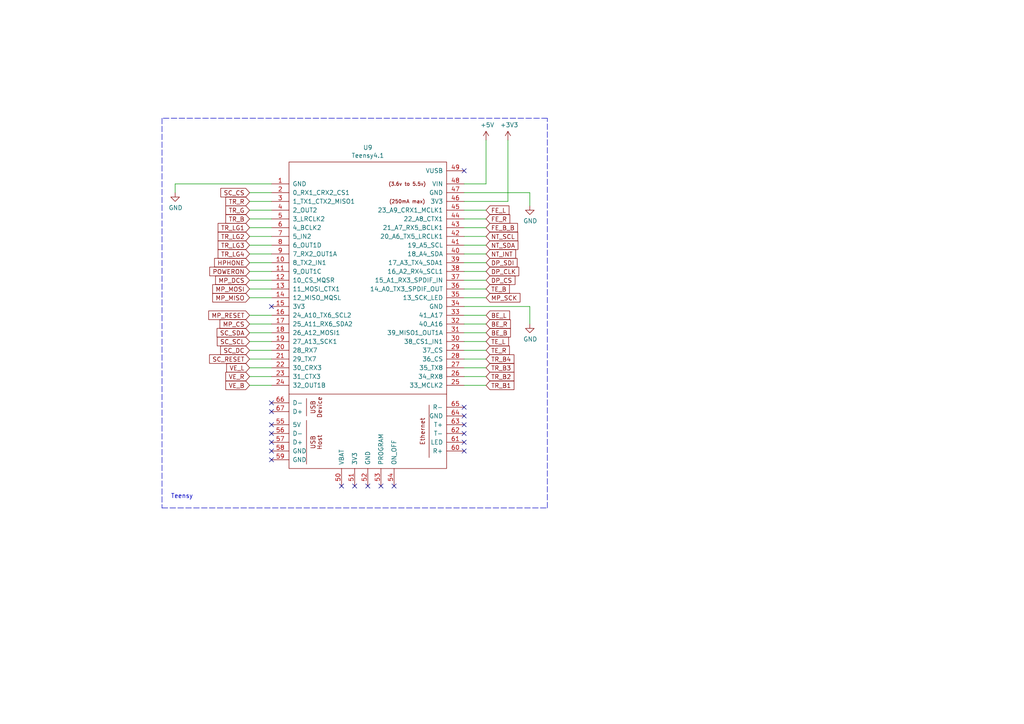
<source format=kicad_sch>
(kicad_sch (version 20211123) (generator eeschema)

  (uuid 5a010660-4a0b-4680-b361-32d4c3b60537)

  (paper "A4")

  (lib_symbols
    (symbol "BassedMateV1-rescue:+3V3-power" (power) (pin_names (offset 0)) (in_bom yes) (on_board yes)
      (property "Reference" "#PWR" (id 0) (at 0 -3.81 0)
        (effects (font (size 1.27 1.27)) hide)
      )
      (property "Value" "+3V3-power" (id 1) (at 0 3.556 0)
        (effects (font (size 1.27 1.27)))
      )
      (property "Footprint" "" (id 2) (at 0 0 0)
        (effects (font (size 1.27 1.27)) hide)
      )
      (property "Datasheet" "" (id 3) (at 0 0 0)
        (effects (font (size 1.27 1.27)) hide)
      )
      (symbol "+3V3-power_0_1"
        (polyline
          (pts
            (xy -0.762 1.27)
            (xy 0 2.54)
          )
          (stroke (width 0) (type default) (color 0 0 0 0))
          (fill (type none))
        )
        (polyline
          (pts
            (xy 0 0)
            (xy 0 2.54)
          )
          (stroke (width 0) (type default) (color 0 0 0 0))
          (fill (type none))
        )
        (polyline
          (pts
            (xy 0 2.54)
            (xy 0.762 1.27)
          )
          (stroke (width 0) (type default) (color 0 0 0 0))
          (fill (type none))
        )
      )
      (symbol "+3V3-power_1_1"
        (pin power_in line (at 0 0 90) (length 0) hide
          (name "+3V3" (effects (font (size 1.27 1.27))))
          (number "1" (effects (font (size 1.27 1.27))))
        )
      )
    )
    (symbol "BassedMateV1-rescue:+5V-power" (power) (pin_names (offset 0)) (in_bom yes) (on_board yes)
      (property "Reference" "#PWR" (id 0) (at 0 -3.81 0)
        (effects (font (size 1.27 1.27)) hide)
      )
      (property "Value" "+5V-power" (id 1) (at 0 3.556 0)
        (effects (font (size 1.27 1.27)))
      )
      (property "Footprint" "" (id 2) (at 0 0 0)
        (effects (font (size 1.27 1.27)) hide)
      )
      (property "Datasheet" "" (id 3) (at 0 0 0)
        (effects (font (size 1.27 1.27)) hide)
      )
      (symbol "+5V-power_0_1"
        (polyline
          (pts
            (xy -0.762 1.27)
            (xy 0 2.54)
          )
          (stroke (width 0) (type default) (color 0 0 0 0))
          (fill (type none))
        )
        (polyline
          (pts
            (xy 0 0)
            (xy 0 2.54)
          )
          (stroke (width 0) (type default) (color 0 0 0 0))
          (fill (type none))
        )
        (polyline
          (pts
            (xy 0 2.54)
            (xy 0.762 1.27)
          )
          (stroke (width 0) (type default) (color 0 0 0 0))
          (fill (type none))
        )
      )
      (symbol "+5V-power_1_1"
        (pin power_in line (at 0 0 90) (length 0) hide
          (name "+5V" (effects (font (size 1.27 1.27))))
          (number "1" (effects (font (size 1.27 1.27))))
        )
      )
    )
    (symbol "BassedMateV1-rescue:GND-power" (power) (pin_names (offset 0)) (in_bom yes) (on_board yes)
      (property "Reference" "#PWR" (id 0) (at 0 -6.35 0)
        (effects (font (size 1.27 1.27)) hide)
      )
      (property "Value" "GND-power" (id 1) (at 0 -3.81 0)
        (effects (font (size 1.27 1.27)))
      )
      (property "Footprint" "" (id 2) (at 0 0 0)
        (effects (font (size 1.27 1.27)) hide)
      )
      (property "Datasheet" "" (id 3) (at 0 0 0)
        (effects (font (size 1.27 1.27)) hide)
      )
      (symbol "GND-power_0_1"
        (polyline
          (pts
            (xy 0 0)
            (xy 0 -1.27)
            (xy 1.27 -1.27)
            (xy 0 -2.54)
            (xy -1.27 -1.27)
            (xy 0 -1.27)
          )
          (stroke (width 0) (type default) (color 0 0 0 0))
          (fill (type none))
        )
      )
      (symbol "GND-power_1_1"
        (pin power_in line (at 0 0 270) (length 0) hide
          (name "GND" (effects (font (size 1.27 1.27))))
          (number "1" (effects (font (size 1.27 1.27))))
        )
      )
    )
    (symbol "teensy:Teensy4.1" (pin_names (offset 1.016)) (in_bom yes) (on_board yes)
      (property "Reference" "U" (id 0) (at 0 64.77 0)
        (effects (font (size 1.27 1.27)))
      )
      (property "Value" "Teensy4.1" (id 1) (at 0 62.23 0)
        (effects (font (size 1.27 1.27)))
      )
      (property "Footprint" "" (id 2) (at -10.16 10.16 0)
        (effects (font (size 1.27 1.27)) hide)
      )
      (property "Datasheet" "" (id 3) (at -10.16 10.16 0)
        (effects (font (size 1.27 1.27)) hide)
      )
      (symbol "Teensy4.1_0_0"
        (polyline
          (pts
            (xy -22.86 -6.35)
            (xy 22.86 -6.35)
          )
          (stroke (width 0) (type default) (color 0 0 0 0))
          (fill (type none))
        )
        (polyline
          (pts
            (xy -17.78 -26.67)
            (xy -17.78 -13.97)
          )
          (stroke (width 0) (type default) (color 0 0 0 0))
          (fill (type none))
        )
        (polyline
          (pts
            (xy -17.78 -7.62)
            (xy -17.78 -12.7)
          )
          (stroke (width 0) (type default) (color 0 0 0 0))
          (fill (type none))
        )
        (polyline
          (pts
            (xy 17.78 -9.525)
            (xy 17.78 -24.765)
          )
          (stroke (width 0) (type default) (color 0 0 0 0))
          (fill (type none))
        )
        (text "(250mA max)" (at 11.43 49.53 0)
          (effects (font (size 1.016 1.016)))
        )
        (text "(3.6v to 5.5v)" (at 11.43 54.61 0)
          (effects (font (size 1.016 1.016)))
        )
        (text "Device" (at -13.97 -10.16 900)
          (effects (font (size 1.27 1.27)))
        )
        (text "Ethernet" (at 15.875 -17.145 900)
          (effects (font (size 1.27 1.27)))
        )
        (text "Host" (at -13.97 -20.32 900)
          (effects (font (size 1.27 1.27)))
        )
        (text "USB" (at -15.875 -20.32 900)
          (effects (font (size 1.27 1.27)))
        )
        (text "USB" (at -15.875 -10.16 900)
          (effects (font (size 1.27 1.27)))
        )
        (pin bidirectional line (at -27.94 31.75 0) (length 5.08)
          (name "8_TX2_IN1" (effects (font (size 1.27 1.27))))
          (number "10" (effects (font (size 1.27 1.27))))
        )
        (pin bidirectional line (at -27.94 29.21 0) (length 5.08)
          (name "9_OUT1C" (effects (font (size 1.27 1.27))))
          (number "11" (effects (font (size 1.27 1.27))))
        )
        (pin bidirectional line (at -27.94 26.67 0) (length 5.08)
          (name "10_CS_MQSR" (effects (font (size 1.27 1.27))))
          (number "12" (effects (font (size 1.27 1.27))))
        )
        (pin bidirectional line (at -27.94 24.13 0) (length 5.08)
          (name "11_MOSI_CTX1" (effects (font (size 1.27 1.27))))
          (number "13" (effects (font (size 1.27 1.27))))
        )
        (pin bidirectional line (at -27.94 21.59 0) (length 5.08)
          (name "12_MISO_MQSL" (effects (font (size 1.27 1.27))))
          (number "14" (effects (font (size 1.27 1.27))))
        )
        (pin power_in line (at -27.94 19.05 0) (length 5.08)
          (name "3V3" (effects (font (size 1.27 1.27))))
          (number "15" (effects (font (size 1.27 1.27))))
        )
        (pin bidirectional line (at -27.94 16.51 0) (length 5.08)
          (name "24_A10_TX6_SCL2" (effects (font (size 1.27 1.27))))
          (number "16" (effects (font (size 1.27 1.27))))
        )
        (pin bidirectional line (at -27.94 13.97 0) (length 5.08)
          (name "25_A11_RX6_SDA2" (effects (font (size 1.27 1.27))))
          (number "17" (effects (font (size 1.27 1.27))))
        )
        (pin bidirectional line (at -27.94 11.43 0) (length 5.08)
          (name "26_A12_MOSI1" (effects (font (size 1.27 1.27))))
          (number "18" (effects (font (size 1.27 1.27))))
        )
        (pin bidirectional line (at -27.94 8.89 0) (length 5.08)
          (name "27_A13_SCK1" (effects (font (size 1.27 1.27))))
          (number "19" (effects (font (size 1.27 1.27))))
        )
        (pin bidirectional line (at -27.94 6.35 0) (length 5.08)
          (name "28_RX7" (effects (font (size 1.27 1.27))))
          (number "20" (effects (font (size 1.27 1.27))))
        )
        (pin bidirectional line (at -27.94 3.81 0) (length 5.08)
          (name "29_TX7" (effects (font (size 1.27 1.27))))
          (number "21" (effects (font (size 1.27 1.27))))
        )
        (pin bidirectional line (at -27.94 1.27 0) (length 5.08)
          (name "30_CRX3" (effects (font (size 1.27 1.27))))
          (number "22" (effects (font (size 1.27 1.27))))
        )
        (pin bidirectional line (at -27.94 -1.27 0) (length 5.08)
          (name "31_CTX3" (effects (font (size 1.27 1.27))))
          (number "23" (effects (font (size 1.27 1.27))))
        )
        (pin bidirectional line (at -27.94 -3.81 0) (length 5.08)
          (name "32_OUT1B" (effects (font (size 1.27 1.27))))
          (number "24" (effects (font (size 1.27 1.27))))
        )
        (pin bidirectional line (at 27.94 -3.81 180) (length 5.08)
          (name "33_MCLK2" (effects (font (size 1.27 1.27))))
          (number "25" (effects (font (size 1.27 1.27))))
        )
        (pin bidirectional line (at 27.94 -1.27 180) (length 5.08)
          (name "34_RX8" (effects (font (size 1.27 1.27))))
          (number "26" (effects (font (size 1.27 1.27))))
        )
        (pin bidirectional line (at 27.94 1.27 180) (length 5.08)
          (name "35_TX8" (effects (font (size 1.27 1.27))))
          (number "27" (effects (font (size 1.27 1.27))))
        )
        (pin bidirectional line (at 27.94 3.81 180) (length 5.08)
          (name "36_CS" (effects (font (size 1.27 1.27))))
          (number "28" (effects (font (size 1.27 1.27))))
        )
        (pin bidirectional line (at 27.94 6.35 180) (length 5.08)
          (name "37_CS" (effects (font (size 1.27 1.27))))
          (number "29" (effects (font (size 1.27 1.27))))
        )
        (pin bidirectional line (at 27.94 8.89 180) (length 5.08)
          (name "38_CS1_IN1" (effects (font (size 1.27 1.27))))
          (number "30" (effects (font (size 1.27 1.27))))
        )
        (pin bidirectional line (at 27.94 11.43 180) (length 5.08)
          (name "39_MISO1_OUT1A" (effects (font (size 1.27 1.27))))
          (number "31" (effects (font (size 1.27 1.27))))
        )
        (pin bidirectional line (at 27.94 13.97 180) (length 5.08)
          (name "40_A16" (effects (font (size 1.27 1.27))))
          (number "32" (effects (font (size 1.27 1.27))))
        )
        (pin bidirectional line (at 27.94 16.51 180) (length 5.08)
          (name "41_A17" (effects (font (size 1.27 1.27))))
          (number "33" (effects (font (size 1.27 1.27))))
        )
        (pin bidirectional line (at 27.94 21.59 180) (length 5.08)
          (name "13_SCK_LED" (effects (font (size 1.27 1.27))))
          (number "35" (effects (font (size 1.27 1.27))))
        )
        (pin bidirectional line (at 27.94 24.13 180) (length 5.08)
          (name "14_A0_TX3_SPDIF_OUT" (effects (font (size 1.27 1.27))))
          (number "36" (effects (font (size 1.27 1.27))))
        )
        (pin bidirectional line (at 27.94 26.67 180) (length 5.08)
          (name "15_A1_RX3_SPDIF_IN" (effects (font (size 1.27 1.27))))
          (number "37" (effects (font (size 1.27 1.27))))
        )
        (pin bidirectional line (at 27.94 29.21 180) (length 5.08)
          (name "16_A2_RX4_SCL1" (effects (font (size 1.27 1.27))))
          (number "38" (effects (font (size 1.27 1.27))))
        )
        (pin bidirectional line (at 27.94 31.75 180) (length 5.08)
          (name "17_A3_TX4_SDA1" (effects (font (size 1.27 1.27))))
          (number "39" (effects (font (size 1.27 1.27))))
        )
        (pin bidirectional line (at 27.94 34.29 180) (length 5.08)
          (name "18_A4_SDA" (effects (font (size 1.27 1.27))))
          (number "40" (effects (font (size 1.27 1.27))))
        )
        (pin bidirectional line (at 27.94 36.83 180) (length 5.08)
          (name "19_A5_SCL" (effects (font (size 1.27 1.27))))
          (number "41" (effects (font (size 1.27 1.27))))
        )
        (pin bidirectional line (at 27.94 39.37 180) (length 5.08)
          (name "20_A6_TX5_LRCLK1" (effects (font (size 1.27 1.27))))
          (number "42" (effects (font (size 1.27 1.27))))
        )
        (pin bidirectional line (at 27.94 41.91 180) (length 5.08)
          (name "21_A7_RX5_BCLK1" (effects (font (size 1.27 1.27))))
          (number "43" (effects (font (size 1.27 1.27))))
        )
        (pin bidirectional line (at 27.94 44.45 180) (length 5.08)
          (name "22_A8_CTX1" (effects (font (size 1.27 1.27))))
          (number "44" (effects (font (size 1.27 1.27))))
        )
        (pin bidirectional line (at 27.94 46.99 180) (length 5.08)
          (name "23_A9_CRX1_MCLK1" (effects (font (size 1.27 1.27))))
          (number "45" (effects (font (size 1.27 1.27))))
        )
        (pin output line (at 27.94 49.53 180) (length 5.08)
          (name "3V3" (effects (font (size 1.27 1.27))))
          (number "46" (effects (font (size 1.27 1.27))))
        )
        (pin output line (at 27.94 52.07 180) (length 5.08)
          (name "GND" (effects (font (size 1.27 1.27))))
          (number "47" (effects (font (size 1.27 1.27))))
        )
        (pin power_in line (at 27.94 54.61 180) (length 5.08)
          (name "VIN" (effects (font (size 1.27 1.27))))
          (number "48" (effects (font (size 1.27 1.27))))
        )
        (pin power_out line (at 27.94 58.42 180) (length 5.08)
          (name "VUSB" (effects (font (size 1.27 1.27))))
          (number "49" (effects (font (size 1.27 1.27))))
        )
        (pin bidirectional line (at -27.94 44.45 0) (length 5.08)
          (name "3_LRCLK2" (effects (font (size 1.27 1.27))))
          (number "5" (effects (font (size 1.27 1.27))))
        )
        (pin power_in line (at -7.62 -33.02 90) (length 5.08)
          (name "VBAT" (effects (font (size 1.27 1.27))))
          (number "50" (effects (font (size 1.27 1.27))))
        )
        (pin power_in line (at -3.81 -33.02 90) (length 5.08)
          (name "3V3" (effects (font (size 1.27 1.27))))
          (number "51" (effects (font (size 1.27 1.27))))
        )
        (pin input line (at 0 -33.02 90) (length 5.08)
          (name "GND" (effects (font (size 1.27 1.27))))
          (number "52" (effects (font (size 1.27 1.27))))
        )
        (pin input line (at 3.81 -33.02 90) (length 5.08)
          (name "PROGRAM" (effects (font (size 1.27 1.27))))
          (number "53" (effects (font (size 1.27 1.27))))
        )
        (pin input line (at 7.62 -33.02 90) (length 5.08)
          (name "ON_OFF" (effects (font (size 1.27 1.27))))
          (number "54" (effects (font (size 1.27 1.27))))
        )
        (pin power_out line (at -27.94 -15.24 0) (length 5.08)
          (name "5V" (effects (font (size 1.27 1.27))))
          (number "55" (effects (font (size 1.27 1.27))))
        )
        (pin bidirectional line (at -27.94 -17.78 0) (length 5.08)
          (name "D-" (effects (font (size 1.27 1.27))))
          (number "56" (effects (font (size 1.27 1.27))))
        )
        (pin bidirectional line (at -27.94 -20.32 0) (length 5.08)
          (name "D+" (effects (font (size 1.27 1.27))))
          (number "57" (effects (font (size 1.27 1.27))))
        )
        (pin power_in line (at -27.94 -22.86 0) (length 5.08)
          (name "GND" (effects (font (size 1.27 1.27))))
          (number "58" (effects (font (size 1.27 1.27))))
        )
        (pin power_in line (at -27.94 -25.4 0) (length 5.08)
          (name "GND" (effects (font (size 1.27 1.27))))
          (number "59" (effects (font (size 1.27 1.27))))
        )
        (pin bidirectional line (at -27.94 41.91 0) (length 5.08)
          (name "4_BCLK2" (effects (font (size 1.27 1.27))))
          (number "6" (effects (font (size 1.27 1.27))))
        )
        (pin bidirectional line (at 27.94 -22.86 180) (length 5.08)
          (name "R+" (effects (font (size 1.27 1.27))))
          (number "60" (effects (font (size 1.27 1.27))))
        )
        (pin bidirectional line (at 27.94 -20.32 180) (length 5.08)
          (name "LED" (effects (font (size 1.27 1.27))))
          (number "61" (effects (font (size 1.27 1.27))))
        )
        (pin bidirectional line (at 27.94 -17.78 180) (length 5.08)
          (name "T-" (effects (font (size 1.27 1.27))))
          (number "62" (effects (font (size 1.27 1.27))))
        )
        (pin bidirectional line (at 27.94 -15.24 180) (length 5.08)
          (name "T+" (effects (font (size 1.27 1.27))))
          (number "63" (effects (font (size 1.27 1.27))))
        )
        (pin power_in line (at 27.94 -12.7 180) (length 5.08)
          (name "GND" (effects (font (size 1.27 1.27))))
          (number "64" (effects (font (size 1.27 1.27))))
        )
        (pin bidirectional line (at 27.94 -10.16 180) (length 5.08)
          (name "R-" (effects (font (size 1.27 1.27))))
          (number "65" (effects (font (size 1.27 1.27))))
        )
        (pin bidirectional line (at -27.94 -8.89 0) (length 5.08)
          (name "D-" (effects (font (size 1.27 1.27))))
          (number "66" (effects (font (size 1.27 1.27))))
        )
        (pin bidirectional line (at -27.94 -11.43 0) (length 5.08)
          (name "D+" (effects (font (size 1.27 1.27))))
          (number "67" (effects (font (size 1.27 1.27))))
        )
        (pin bidirectional line (at -27.94 39.37 0) (length 5.08)
          (name "5_IN2" (effects (font (size 1.27 1.27))))
          (number "7" (effects (font (size 1.27 1.27))))
        )
        (pin bidirectional line (at -27.94 36.83 0) (length 5.08)
          (name "6_OUT1D" (effects (font (size 1.27 1.27))))
          (number "8" (effects (font (size 1.27 1.27))))
        )
        (pin bidirectional line (at -27.94 34.29 0) (length 5.08)
          (name "7_RX2_OUT1A" (effects (font (size 1.27 1.27))))
          (number "9" (effects (font (size 1.27 1.27))))
        )
      )
      (symbol "Teensy4.1_0_1"
        (rectangle (start -22.86 60.96) (end 22.86 -27.94)
          (stroke (width 0) (type default) (color 0 0 0 0))
          (fill (type none))
        )
        (rectangle (start -20.32 -1.27) (end -20.32 -1.27)
          (stroke (width 0) (type default) (color 0 0 0 0))
          (fill (type none))
        )
      )
      (symbol "Teensy4.1_1_1"
        (pin power_in line (at -27.94 54.61 0) (length 5.08)
          (name "GND" (effects (font (size 1.27 1.27))))
          (number "1" (effects (font (size 1.27 1.27))))
        )
        (pin bidirectional line (at -27.94 52.07 0) (length 5.08)
          (name "0_RX1_CRX2_CS1" (effects (font (size 1.27 1.27))))
          (number "2" (effects (font (size 1.27 1.27))))
        )
        (pin bidirectional line (at -27.94 49.53 0) (length 5.08)
          (name "1_TX1_CTX2_MISO1" (effects (font (size 1.27 1.27))))
          (number "3" (effects (font (size 1.27 1.27))))
        )
        (pin power_in line (at 27.94 19.05 180) (length 5.08)
          (name "GND" (effects (font (size 1.27 1.27))))
          (number "34" (effects (font (size 1.27 1.27))))
        )
        (pin bidirectional line (at -27.94 46.99 0) (length 5.08)
          (name "2_OUT2" (effects (font (size 1.27 1.27))))
          (number "4" (effects (font (size 1.27 1.27))))
        )
      )
    )
  )


  (no_connect (at 114.3 140.97) (uuid 020b7e1f-8bb0-4882-91d4-7894bf18db84))
  (no_connect (at 78.74 119.38) (uuid 058e77a4-10af-4bc8-a984-5984d3bbee4c))
  (no_connect (at 78.74 88.9) (uuid 09ab0b5c-3dee-42c8-b9e5-de0673874ccd))
  (no_connect (at 134.62 49.53) (uuid 0ab1512b-eb91-4574-b11f-326e0ff10082))
  (no_connect (at 99.06 140.97) (uuid 0bbd2e43-3eb0-4216-861b-a58366dbe43d))
  (no_connect (at 102.87 140.97) (uuid 1eca5f72-2356-4c55-919d-595727faf3b9))
  (no_connect (at 134.62 130.81) (uuid 29ec1a54-dea0-4d1a-a3dc-a7441a09bb9e))
  (no_connect (at 78.74 133.35) (uuid 44e993be-f2df-4e61-a598-dfd6e106a208))
  (no_connect (at 78.74 128.27) (uuid 45b7fe01-a2fa-40c2-a3a2-4a9ae7c34dba))
  (no_connect (at 78.74 125.73) (uuid 4c4b4317-29d0-438a-b331-525ede18773a))
  (no_connect (at 110.49 140.97) (uuid 55fa5fa0-9426-4801-b40c-682e71189d8a))
  (no_connect (at 134.62 128.27) (uuid 5778dc8c-60fe-435e-b75a-362eae1b81ab))
  (no_connect (at 106.68 140.97) (uuid 5dffd1d6-faf9-418e-b9a0-84fb6b6b4454))
  (no_connect (at 78.74 130.81) (uuid 6239967a-77bd-4ec9-89cd-e04efd8dbe26))
  (no_connect (at 78.74 123.19) (uuid 83d9db3e-661a-47bf-b26c-99313ad8bac9))
  (no_connect (at 134.62 120.65) (uuid 84d5cf13-52aa-4648-82e7-8be6e886a6b2))
  (no_connect (at 78.74 116.84) (uuid 9bac5a37-2a55-41dd-96ea-ec02b69e3ef4))
  (no_connect (at 134.62 125.73) (uuid a2a4b1ad-c51a-492d-9e99-410eec4f55a3))
  (no_connect (at 134.62 123.19) (uuid b9f8b708-1745-43ec-9646-59495cbc6e07))
  (no_connect (at 134.62 118.11) (uuid de2abbd8-9b48-47ba-b77e-4c65ca048af6))

  (wire (pts (xy 72.39 101.6) (xy 78.74 101.6))
    (stroke (width 0) (type default) (color 0 0 0 0))
    (uuid 02289c61-13df-495e-a809-03e3a71bb201)
  )
  (wire (pts (xy 153.67 55.88) (xy 153.67 59.69))
    (stroke (width 0) (type default) (color 0 0 0 0))
    (uuid 073c8287-235c-4712-a9a0-60a07a1119d5)
  )
  (wire (pts (xy 153.67 88.9) (xy 153.67 93.98))
    (stroke (width 0) (type default) (color 0 0 0 0))
    (uuid 0e18138e-f1a3-4288-bb34-3b6bcfb64ff6)
  )
  (wire (pts (xy 134.62 68.58) (xy 140.97 68.58))
    (stroke (width 0) (type default) (color 0 0 0 0))
    (uuid 15a0f067-831a-4ddb-bdef-5fb7df267d8f)
  )
  (wire (pts (xy 140.97 101.6) (xy 134.62 101.6))
    (stroke (width 0) (type default) (color 0 0 0 0))
    (uuid 18e95a1d-9d1d-4b93-8e4c-2d03c344acc0)
  )
  (wire (pts (xy 134.62 71.12) (xy 140.97 71.12))
    (stroke (width 0) (type default) (color 0 0 0 0))
    (uuid 1ab4dceb-24cc-4050-aa74-e8fbb39d3760)
  )
  (wire (pts (xy 72.39 86.36) (xy 78.74 86.36))
    (stroke (width 0) (type default) (color 0 0 0 0))
    (uuid 27e3c71f-5a63-4710-8adf-b600b805ce02)
  )
  (wire (pts (xy 72.39 96.52) (xy 78.74 96.52))
    (stroke (width 0) (type default) (color 0 0 0 0))
    (uuid 2cb05d43-df82-498c-aae1-4b1a0a350f82)
  )
  (wire (pts (xy 50.8 53.34) (xy 50.8 55.88))
    (stroke (width 0) (type default) (color 0 0 0 0))
    (uuid 35431843-170f-401f-88d7-da91172bed86)
  )
  (wire (pts (xy 72.39 106.68) (xy 78.74 106.68))
    (stroke (width 0) (type default) (color 0 0 0 0))
    (uuid 36210d52-4f9a-42bc-a022-019a63c67fc2)
  )
  (wire (pts (xy 134.62 58.42) (xy 147.32 58.42))
    (stroke (width 0) (type default) (color 0 0 0 0))
    (uuid 3d213c37-de80-490e-9f45-2814d3fc958b)
  )
  (wire (pts (xy 72.39 68.58) (xy 78.74 68.58))
    (stroke (width 0) (type default) (color 0 0 0 0))
    (uuid 3e011a46-81bd-4ecd-b93e-57dffb1143e5)
  )
  (wire (pts (xy 78.74 71.12) (xy 72.39 71.12))
    (stroke (width 0) (type default) (color 0 0 0 0))
    (uuid 4198eb99-d244-457e-8768-395280df1a66)
  )
  (wire (pts (xy 72.39 78.74) (xy 78.74 78.74))
    (stroke (width 0) (type default) (color 0 0 0 0))
    (uuid 44509293-79e2-4fab-8860-b0cecb591afa)
  )
  (wire (pts (xy 78.74 104.14) (xy 72.39 104.14))
    (stroke (width 0) (type default) (color 0 0 0 0))
    (uuid 44a8a96b-3053-4222-9241-aa484f5ebe13)
  )
  (wire (pts (xy 140.97 63.5) (xy 134.62 63.5))
    (stroke (width 0) (type default) (color 0 0 0 0))
    (uuid 4648968b-aa58-4f57-8f45-54b088364670)
  )
  (wire (pts (xy 72.39 76.2) (xy 78.74 76.2))
    (stroke (width 0) (type default) (color 0 0 0 0))
    (uuid 47957453-fce7-4d98-833c-e34bb8a852a5)
  )
  (wire (pts (xy 134.62 76.2) (xy 140.97 76.2))
    (stroke (width 0) (type default) (color 0 0 0 0))
    (uuid 4b534cd1-c414-4029-9164-e46766faf60e)
  )
  (wire (pts (xy 72.39 93.98) (xy 78.74 93.98))
    (stroke (width 0) (type default) (color 0 0 0 0))
    (uuid 4be2b882-65e4-4552-9482-9d622928de2f)
  )
  (wire (pts (xy 134.62 109.22) (xy 140.97 109.22))
    (stroke (width 0) (type default) (color 0 0 0 0))
    (uuid 53ae21b8-f187-4817-8c27-1f06278d249b)
  )
  (wire (pts (xy 72.39 73.66) (xy 78.74 73.66))
    (stroke (width 0) (type default) (color 0 0 0 0))
    (uuid 586ec748-563a-478a-82db-706fb951336a)
  )
  (wire (pts (xy 134.62 81.28) (xy 140.97 81.28))
    (stroke (width 0) (type default) (color 0 0 0 0))
    (uuid 60960af7-b938-44a8-82b5-e9c36f2e6817)
  )
  (polyline (pts (xy 46.99 147.32) (xy 158.75 147.32))
    (stroke (width 0) (type default) (color 0 0 0 0))
    (uuid 6ae901e7-3f37-4fdc-9fbb-f82666744826)
  )

  (wire (pts (xy 134.62 73.66) (xy 140.97 73.66))
    (stroke (width 0) (type default) (color 0 0 0 0))
    (uuid 6f78c1fb-f693-4737-b750-74e50c35a564)
  )
  (wire (pts (xy 78.74 53.34) (xy 50.8 53.34))
    (stroke (width 0) (type default) (color 0 0 0 0))
    (uuid 6fddc16f-ccc1-4ade-884c-d6efda461da8)
  )
  (wire (pts (xy 72.39 81.28) (xy 78.74 81.28))
    (stroke (width 0) (type default) (color 0 0 0 0))
    (uuid 70186eba-dcad-4878-bf16-887f6eee49df)
  )
  (wire (pts (xy 134.62 93.98) (xy 140.97 93.98))
    (stroke (width 0) (type default) (color 0 0 0 0))
    (uuid 7a6d9a4e-fe6a-4427-9f0c-a10fd3ceb923)
  )
  (wire (pts (xy 78.74 99.06) (xy 72.39 99.06))
    (stroke (width 0) (type default) (color 0 0 0 0))
    (uuid 8202d57b-d5d2-4a80-8c03-3c6bdbbd1ddf)
  )
  (wire (pts (xy 140.97 106.68) (xy 134.62 106.68))
    (stroke (width 0) (type default) (color 0 0 0 0))
    (uuid 83d85a81-e014-4ee9-9433-a9a045c80893)
  )
  (wire (pts (xy 134.62 53.34) (xy 140.97 53.34))
    (stroke (width 0) (type default) (color 0 0 0 0))
    (uuid 9a458d6a-a84c-4faf-913e-90bab231d3f8)
  )
  (wire (pts (xy 72.39 58.42) (xy 78.74 58.42))
    (stroke (width 0) (type default) (color 0 0 0 0))
    (uuid a46a2b22-69cf-45fb-b1d2-32ac89bbd3c8)
  )
  (wire (pts (xy 140.97 53.34) (xy 140.97 40.64))
    (stroke (width 0) (type default) (color 0 0 0 0))
    (uuid a4a80e68-9a9c-4dac-84a7-a9f3c47a0961)
  )
  (wire (pts (xy 134.62 60.96) (xy 140.97 60.96))
    (stroke (width 0) (type default) (color 0 0 0 0))
    (uuid a7cad282-51c3-4f24-be5e-311c2c5e959b)
  )
  (wire (pts (xy 134.62 83.82) (xy 140.97 83.82))
    (stroke (width 0) (type default) (color 0 0 0 0))
    (uuid aaf0fd50-bb22-4408-be5a-88f5ba4193be)
  )
  (wire (pts (xy 72.39 55.88) (xy 78.74 55.88))
    (stroke (width 0) (type default) (color 0 0 0 0))
    (uuid abe3c03e-744a-4406-8e50-6a10745f0c43)
  )
  (polyline (pts (xy 46.99 34.29) (xy 46.99 147.32))
    (stroke (width 0) (type default) (color 0 0 0 0))
    (uuid acfcaba7-a8b8-4c21-a793-d3e0373f34dc)
  )

  (wire (pts (xy 78.74 66.04) (xy 72.39 66.04))
    (stroke (width 0) (type default) (color 0 0 0 0))
    (uuid b1240f00-ec43-4c0b-9a41-43264db8a893)
  )
  (wire (pts (xy 134.62 66.04) (xy 140.97 66.04))
    (stroke (width 0) (type default) (color 0 0 0 0))
    (uuid b31ebd25-cf4c-4c3e-b83d-0ec793b65cd9)
  )
  (wire (pts (xy 72.39 63.5) (xy 78.74 63.5))
    (stroke (width 0) (type default) (color 0 0 0 0))
    (uuid b5d84bc0-4d9a-4d1d-a476-5c6b51309fca)
  )
  (polyline (pts (xy 158.75 147.32) (xy 158.75 34.29))
    (stroke (width 0) (type default) (color 0 0 0 0))
    (uuid b7ed4c31-5417-4fb5-9261-7dca42c1c776)
  )

  (wire (pts (xy 140.97 91.44) (xy 134.62 91.44))
    (stroke (width 0) (type default) (color 0 0 0 0))
    (uuid b8382866-f10b-4adc-84fc-f6e5dd44681b)
  )
  (polyline (pts (xy 158.75 34.29) (xy 46.99 34.29))
    (stroke (width 0) (type default) (color 0 0 0 0))
    (uuid bb5e8a0f-2ed5-4c2a-91b7-cb63c4c66e15)
  )

  (wire (pts (xy 134.62 88.9) (xy 153.67 88.9))
    (stroke (width 0) (type default) (color 0 0 0 0))
    (uuid bbb99edd-f016-43ea-b1c7-0bcdd1915ee8)
  )
  (wire (pts (xy 140.97 111.76) (xy 134.62 111.76))
    (stroke (width 0) (type default) (color 0 0 0 0))
    (uuid c0c62e93-8e84-4f2b-96ae-e90b55e0550a)
  )
  (wire (pts (xy 134.62 104.14) (xy 140.97 104.14))
    (stroke (width 0) (type default) (color 0 0 0 0))
    (uuid c1c05ce7-1c25-4382-b3b9-d3ec327783d4)
  )
  (wire (pts (xy 147.32 58.42) (xy 147.32 40.64))
    (stroke (width 0) (type default) (color 0 0 0 0))
    (uuid c202ddee-78ab-4ebb-beca-559aaf118430)
  )
  (wire (pts (xy 72.39 109.22) (xy 78.74 109.22))
    (stroke (width 0) (type default) (color 0 0 0 0))
    (uuid c860c4e9-3ddd-4065-857c-b9aedc01e6ad)
  )
  (wire (pts (xy 134.62 86.36) (xy 140.97 86.36))
    (stroke (width 0) (type default) (color 0 0 0 0))
    (uuid ce3f834f-337d-4957-8d02-e900d7024614)
  )
  (wire (pts (xy 140.97 96.52) (xy 134.62 96.52))
    (stroke (width 0) (type default) (color 0 0 0 0))
    (uuid d1422f38-9fce-4f5e-878a-341530beaf9c)
  )
  (wire (pts (xy 140.97 78.74) (xy 134.62 78.74))
    (stroke (width 0) (type default) (color 0 0 0 0))
    (uuid d33c6077-a8ec-48ca-b0e0-97f3539ef54c)
  )
  (wire (pts (xy 134.62 55.88) (xy 153.67 55.88))
    (stroke (width 0) (type default) (color 0 0 0 0))
    (uuid d3dd0ba2-2496-4e95-8d54-12ee57bcbce2)
  )
  (wire (pts (xy 134.62 99.06) (xy 140.97 99.06))
    (stroke (width 0) (type default) (color 0 0 0 0))
    (uuid d91b4df3-08ca-4c95-92de-3004566cf2e7)
  )
  (wire (pts (xy 72.39 83.82) (xy 78.74 83.82))
    (stroke (width 0) (type default) (color 0 0 0 0))
    (uuid de588ed9-a530-46f0-aa03-e0307ff72286)
  )
  (wire (pts (xy 72.39 111.76) (xy 78.74 111.76))
    (stroke (width 0) (type default) (color 0 0 0 0))
    (uuid ed1f5df2-cfb6-4083-a9e5-5d196546ef9b)
  )
  (wire (pts (xy 72.39 91.44) (xy 78.74 91.44))
    (stroke (width 0) (type default) (color 0 0 0 0))
    (uuid f8e92727-5789-4ef6-9dc3-be888ad72e45)
  )
  (wire (pts (xy 72.39 60.96) (xy 78.74 60.96))
    (stroke (width 0) (type default) (color 0 0 0 0))
    (uuid fe9bdc33-eab1-4bdc-9603-57decb38d2a2)
  )

  (text "Teensy" (at 49.53 144.78 0)
    (effects (font (size 1.27 1.27)) (justify left bottom))
    (uuid f58fca4c-73af-416f-b236-f3bb62b8fd00)
  )

  (global_label "SC_RESET" (shape input) (at 72.39 104.14 180) (fields_autoplaced)
    (effects (font (size 1.27 1.27)) (justify right))
    (uuid 052acc87-8ff9-4162-8f55-f7121d221d0a)
    (property "Intersheet References" "${INTERSHEET_REFS}" (id 0) (at 0 0 0)
      (effects (font (size 1.27 1.27)) hide)
    )
  )
  (global_label "MP_MOSI" (shape input) (at 72.39 83.82 180) (fields_autoplaced)
    (effects (font (size 1.27 1.27)) (justify right))
    (uuid 056788ec-4ecf-4826-b996-bd884a6442a0)
    (property "Intersheet References" "${INTERSHEET_REFS}" (id 0) (at 0 0 0)
      (effects (font (size 1.27 1.27)) hide)
    )
  )
  (global_label "TR_B2" (shape input) (at 140.97 109.22 0) (fields_autoplaced)
    (effects (font (size 1.27 1.27)) (justify left))
    (uuid 100847e3-630c-4c13-ba45-180e92370805)
    (property "Intersheet References" "${INTERSHEET_REFS}" (id 0) (at 0 0 0)
      (effects (font (size 1.27 1.27)) hide)
    )
  )
  (global_label "NT_INT" (shape input) (at 140.97 73.66 0) (fields_autoplaced)
    (effects (font (size 1.27 1.27)) (justify left))
    (uuid 133d5403-9be3-4603-824b-d3b76147e745)
    (property "Intersheet References" "${INTERSHEET_REFS}" (id 0) (at 0 0 0)
      (effects (font (size 1.27 1.27)) hide)
    )
  )
  (global_label "DP_CLK" (shape input) (at 140.97 78.74 0) (fields_autoplaced)
    (effects (font (size 1.27 1.27)) (justify left))
    (uuid 19a5aacd-255a-4bf3-89c1-efd2ab61016c)
    (property "Intersheet References" "${INTERSHEET_REFS}" (id 0) (at 0 0 0)
      (effects (font (size 1.27 1.27)) hide)
    )
  )
  (global_label "BE_B" (shape input) (at 140.97 96.52 0) (fields_autoplaced)
    (effects (font (size 1.27 1.27)) (justify left))
    (uuid 1c92f382-4ec3-478f-a1ca-afadd3087787)
    (property "Intersheet References" "${INTERSHEET_REFS}" (id 0) (at 0 0 0)
      (effects (font (size 1.27 1.27)) hide)
    )
  )
  (global_label "MP_CS" (shape input) (at 72.39 93.98 180) (fields_autoplaced)
    (effects (font (size 1.27 1.27)) (justify right))
    (uuid 278deae2-fb37-4957-b2cb-afac30cacb12)
    (property "Intersheet References" "${INTERSHEET_REFS}" (id 0) (at 0 0 0)
      (effects (font (size 1.27 1.27)) hide)
    )
  )
  (global_label "HPHONE" (shape input) (at 72.39 76.2 180) (fields_autoplaced)
    (effects (font (size 1.27 1.27)) (justify right))
    (uuid 2ba21493-929b-4122-ac0f-7aeaf8602cef)
    (property "Intersheet References" "${INTERSHEET_REFS}" (id 0) (at 0 0 0)
      (effects (font (size 1.27 1.27)) hide)
    )
  )
  (global_label "TR_R" (shape input) (at 72.39 58.42 180) (fields_autoplaced)
    (effects (font (size 1.27 1.27)) (justify right))
    (uuid 312474c5-a081-4cd1-b2e6-730f0718514a)
    (property "Intersheet References" "${INTERSHEET_REFS}" (id 0) (at 0 0 0)
      (effects (font (size 1.27 1.27)) hide)
    )
  )
  (global_label "FE_B_B" (shape input) (at 140.97 66.04 0) (fields_autoplaced)
    (effects (font (size 1.27 1.27)) (justify left))
    (uuid 37f8ba3f-cca4-4b16-b699-07a704844fc9)
    (property "Intersheet References" "${INTERSHEET_REFS}" (id 0) (at 0 0 0)
      (effects (font (size 1.27 1.27)) hide)
    )
  )
  (global_label "POWERON" (shape input) (at 72.39 78.74 180) (fields_autoplaced)
    (effects (font (size 1.27 1.27)) (justify right))
    (uuid 3b19a97f-624a-48d9-8072-15bdeede0fff)
    (property "Intersheet References" "${INTERSHEET_REFS}" (id 0) (at 0 0 0)
      (effects (font (size 1.27 1.27)) hide)
    )
  )
  (global_label "TR_LG3" (shape input) (at 72.39 71.12 180) (fields_autoplaced)
    (effects (font (size 1.27 1.27)) (justify right))
    (uuid 44e77d57-d16f-4723-a95f-1ac45276c458)
    (property "Intersheet References" "${INTERSHEET_REFS}" (id 0) (at 0 0 0)
      (effects (font (size 1.27 1.27)) hide)
    )
  )
  (global_label "MP_DCS" (shape input) (at 72.39 81.28 180) (fields_autoplaced)
    (effects (font (size 1.27 1.27)) (justify right))
    (uuid 4b042b6c-c042-4cf1-ba6e-bd77c51dbedb)
    (property "Intersheet References" "${INTERSHEET_REFS}" (id 0) (at 0 0 0)
      (effects (font (size 1.27 1.27)) hide)
    )
  )
  (global_label "TR_B4" (shape input) (at 140.97 104.14 0) (fields_autoplaced)
    (effects (font (size 1.27 1.27)) (justify left))
    (uuid 4c6a1dad-7acf-4a52-99b0-316025d1ab04)
    (property "Intersheet References" "${INTERSHEET_REFS}" (id 0) (at 0 0 0)
      (effects (font (size 1.27 1.27)) hide)
    )
  )
  (global_label "NT_SCL" (shape input) (at 140.97 68.58 0) (fields_autoplaced)
    (effects (font (size 1.27 1.27)) (justify left))
    (uuid 4fc3183f-297c-42b7-b3bd-25a9ea18c844)
    (property "Intersheet References" "${INTERSHEET_REFS}" (id 0) (at 0 0 0)
      (effects (font (size 1.27 1.27)) hide)
    )
  )
  (global_label "SC_CS" (shape input) (at 72.39 55.88 180) (fields_autoplaced)
    (effects (font (size 1.27 1.27)) (justify right))
    (uuid 5160b3d5-0622-412f-84ed-9900be82a5a6)
    (property "Intersheet References" "${INTERSHEET_REFS}" (id 0) (at 0 0 0)
      (effects (font (size 1.27 1.27)) hide)
    )
  )
  (global_label "BE_R" (shape input) (at 140.97 93.98 0) (fields_autoplaced)
    (effects (font (size 1.27 1.27)) (justify left))
    (uuid 5bb32dcb-8a97-4374-8a16-bc17822d4db3)
    (property "Intersheet References" "${INTERSHEET_REFS}" (id 0) (at 0 0 0)
      (effects (font (size 1.27 1.27)) hide)
    )
  )
  (global_label "DP_CS" (shape input) (at 140.97 81.28 0) (fields_autoplaced)
    (effects (font (size 1.27 1.27)) (justify left))
    (uuid 5fba7ff8-02f1-4ac0-93c4-5bd7becbcf63)
    (property "Intersheet References" "${INTERSHEET_REFS}" (id 0) (at 0 0 0)
      (effects (font (size 1.27 1.27)) hide)
    )
  )
  (global_label "TR_B3" (shape input) (at 140.97 106.68 0) (fields_autoplaced)
    (effects (font (size 1.27 1.27)) (justify left))
    (uuid 64269ac3-771b-4c0d-91e0-eafc3dc4a07f)
    (property "Intersheet References" "${INTERSHEET_REFS}" (id 0) (at 0 0 0)
      (effects (font (size 1.27 1.27)) hide)
    )
  )
  (global_label "FE_L" (shape input) (at 140.97 60.96 0) (fields_autoplaced)
    (effects (font (size 1.27 1.27)) (justify left))
    (uuid 6999550c-f78a-4aae-9243-1b3881f5bb3b)
    (property "Intersheet References" "${INTERSHEET_REFS}" (id 0) (at 0 0 0)
      (effects (font (size 1.27 1.27)) hide)
    )
  )
  (global_label "TE_B" (shape input) (at 140.97 83.82 0) (fields_autoplaced)
    (effects (font (size 1.27 1.27)) (justify left))
    (uuid 6df433d7-73cd-4877-8d2e-047853b9077c)
    (property "Intersheet References" "${INTERSHEET_REFS}" (id 0) (at 0 0 0)
      (effects (font (size 1.27 1.27)) hide)
    )
  )
  (global_label "SC_SCL" (shape input) (at 72.39 99.06 180) (fields_autoplaced)
    (effects (font (size 1.27 1.27)) (justify right))
    (uuid 6e508bf2-c65e-4107-867d-a3cf9a86c69e)
    (property "Intersheet References" "${INTERSHEET_REFS}" (id 0) (at 0 0 0)
      (effects (font (size 1.27 1.27)) hide)
    )
  )
  (global_label "TR_B" (shape input) (at 72.39 63.5 180) (fields_autoplaced)
    (effects (font (size 1.27 1.27)) (justify right))
    (uuid 717b25a7-c9c2-4f6f-b744-a96113325c99)
    (property "Intersheet References" "${INTERSHEET_REFS}" (id 0) (at 0 0 0)
      (effects (font (size 1.27 1.27)) hide)
    )
  )
  (global_label "SC_SDA" (shape input) (at 72.39 96.52 180) (fields_autoplaced)
    (effects (font (size 1.27 1.27)) (justify right))
    (uuid 73a6ec8e-8641-4014-be28-4611d398be32)
    (property "Intersheet References" "${INTERSHEET_REFS}" (id 0) (at 0 0 0)
      (effects (font (size 1.27 1.27)) hide)
    )
  )
  (global_label "TR_LG2" (shape input) (at 72.39 68.58 180) (fields_autoplaced)
    (effects (font (size 1.27 1.27)) (justify right))
    (uuid 7700fef1-de5b-4197-be2d-18385e1e18f9)
    (property "Intersheet References" "${INTERSHEET_REFS}" (id 0) (at 0 0 0)
      (effects (font (size 1.27 1.27)) hide)
    )
  )
  (global_label "VE_B" (shape input) (at 72.39 111.76 180) (fields_autoplaced)
    (effects (font (size 1.27 1.27)) (justify right))
    (uuid 7e90deb5-aef9-4d2b-a440-4cb0dbfaaa93)
    (property "Intersheet References" "${INTERSHEET_REFS}" (id 0) (at 0 0 0)
      (effects (font (size 1.27 1.27)) hide)
    )
  )
  (global_label "DP_SDI" (shape input) (at 140.97 76.2 0) (fields_autoplaced)
    (effects (font (size 1.27 1.27)) (justify left))
    (uuid 8fbab3d0-cb5e-47c7-8764-6fa3c0e4e5f7)
    (property "Intersheet References" "${INTERSHEET_REFS}" (id 0) (at 0 0 0)
      (effects (font (size 1.27 1.27)) hide)
    )
  )
  (global_label "MP_SCK" (shape input) (at 140.97 86.36 0) (fields_autoplaced)
    (effects (font (size 1.27 1.27)) (justify left))
    (uuid 900cb6c8-1d05-4537-a4f0-9a7cc1a2ea1c)
    (property "Intersheet References" "${INTERSHEET_REFS}" (id 0) (at 0 0 0)
      (effects (font (size 1.27 1.27)) hide)
    )
  )
  (global_label "TR_G" (shape input) (at 72.39 60.96 180) (fields_autoplaced)
    (effects (font (size 1.27 1.27)) (justify right))
    (uuid a6dd3322-fcf5-4e4f-88bb-77a3d82a4d05)
    (property "Intersheet References" "${INTERSHEET_REFS}" (id 0) (at 0 0 0)
      (effects (font (size 1.27 1.27)) hide)
    )
  )
  (global_label "MP_MISO" (shape input) (at 72.39 86.36 180) (fields_autoplaced)
    (effects (font (size 1.27 1.27)) (justify right))
    (uuid a86cc026-cc17-4a81-85bf-4c26f61b9f32)
    (property "Intersheet References" "${INTERSHEET_REFS}" (id 0) (at 0 0 0)
      (effects (font (size 1.27 1.27)) hide)
    )
  )
  (global_label "TE_L" (shape input) (at 140.97 99.06 0) (fields_autoplaced)
    (effects (font (size 1.27 1.27)) (justify left))
    (uuid a8a389df-8d18-4e17-a74f-f60d5d77371e)
    (property "Intersheet References" "${INTERSHEET_REFS}" (id 0) (at 0 0 0)
      (effects (font (size 1.27 1.27)) hide)
    )
  )
  (global_label "TE_R" (shape input) (at 140.97 101.6 0) (fields_autoplaced)
    (effects (font (size 1.27 1.27)) (justify left))
    (uuid aa0e7fe7-e9c2-477f-bcb2-53a1ebd9e3a6)
    (property "Intersheet References" "${INTERSHEET_REFS}" (id 0) (at 0 0 0)
      (effects (font (size 1.27 1.27)) hide)
    )
  )
  (global_label "MP_RESET" (shape input) (at 72.39 91.44 180) (fields_autoplaced)
    (effects (font (size 1.27 1.27)) (justify right))
    (uuid b4fbe1fb-a9a3-4020-9a82-d3fa1900cd85)
    (property "Intersheet References" "${INTERSHEET_REFS}" (id 0) (at 0 0 0)
      (effects (font (size 1.27 1.27)) hide)
    )
  )
  (global_label "TR_B1" (shape input) (at 140.97 111.76 0) (fields_autoplaced)
    (effects (font (size 1.27 1.27)) (justify left))
    (uuid d23840a6-3c61-45ca-968a-bc57332fd7a4)
    (property "Intersheet References" "${INTERSHEET_REFS}" (id 0) (at 0 0 0)
      (effects (font (size 1.27 1.27)) hide)
    )
  )
  (global_label "NT_SDA" (shape input) (at 140.97 71.12 0) (fields_autoplaced)
    (effects (font (size 1.27 1.27)) (justify left))
    (uuid e0781b80-6f1b-4d08-b53f-b7d3f582e2ea)
    (property "Intersheet References" "${INTERSHEET_REFS}" (id 0) (at 0 0 0)
      (effects (font (size 1.27 1.27)) hide)
    )
  )
  (global_label "VE_L" (shape input) (at 72.39 106.68 180) (fields_autoplaced)
    (effects (font (size 1.27 1.27)) (justify right))
    (uuid e1c71a89-4e45-4a56-a6ef-342af5f92d5c)
    (property "Intersheet References" "${INTERSHEET_REFS}" (id 0) (at 0 0 0)
      (effects (font (size 1.27 1.27)) hide)
    )
  )
  (global_label "SC_DC" (shape input) (at 72.39 101.6 180) (fields_autoplaced)
    (effects (font (size 1.27 1.27)) (justify right))
    (uuid e8e598ff-c991-433d-8dd6-c9fce2fe1eaa)
    (property "Intersheet References" "${INTERSHEET_REFS}" (id 0) (at 0 0 0)
      (effects (font (size 1.27 1.27)) hide)
    )
  )
  (global_label "TR_LG1" (shape input) (at 72.39 66.04 180) (fields_autoplaced)
    (effects (font (size 1.27 1.27)) (justify right))
    (uuid f2c43eeb-76da-49f4-b8e6-cd74ebb3190b)
    (property "Intersheet References" "${INTERSHEET_REFS}" (id 0) (at 0 0 0)
      (effects (font (size 1.27 1.27)) hide)
    )
  )
  (global_label "FE_R" (shape input) (at 140.97 63.5 0) (fields_autoplaced)
    (effects (font (size 1.27 1.27)) (justify left))
    (uuid f6a5cab3-78e5-4acf-8c67-f401df2846d0)
    (property "Intersheet References" "${INTERSHEET_REFS}" (id 0) (at 0 0 0)
      (effects (font (size 1.27 1.27)) hide)
    )
  )
  (global_label "TR_LG4" (shape input) (at 72.39 73.66 180) (fields_autoplaced)
    (effects (font (size 1.27 1.27)) (justify right))
    (uuid f931f973-5615-451c-bb04-9a02aede6e6f)
    (property "Intersheet References" "${INTERSHEET_REFS}" (id 0) (at 0 0 0)
      (effects (font (size 1.27 1.27)) hide)
    )
  )
  (global_label "VE_R" (shape input) (at 72.39 109.22 180) (fields_autoplaced)
    (effects (font (size 1.27 1.27)) (justify right))
    (uuid faa605d9-8c1c-4d31-b7c1-3dc31a22eb34)
    (property "Intersheet References" "${INTERSHEET_REFS}" (id 0) (at 0 0 0)
      (effects (font (size 1.27 1.27)) hide)
    )
  )
  (global_label "BE_L" (shape input) (at 140.97 91.44 0) (fields_autoplaced)
    (effects (font (size 1.27 1.27)) (justify left))
    (uuid fd146ca2-8fb8-4c71-9277-84f69bc5d3fc)
    (property "Intersheet References" "${INTERSHEET_REFS}" (id 0) (at 0 0 0)
      (effects (font (size 1.27 1.27)) hide)
    )
  )

  (symbol (lib_id "teensy:Teensy4.1") (at 106.68 107.95 0)
    (in_bom yes) (on_board yes)
    (uuid 00000000-0000-0000-0000-000061c3a182)
    (property "Reference" "U9" (id 0) (at 106.68 42.799 0))
    (property "Value" "Teensy4.1" (id 1) (at 106.68 45.1104 0))
    (property "Footprint" "Package_DIP:DIP-48_W16.51mm_SMDSocket_LongPads" (id 2) (at 96.52 97.79 0)
      (effects (font (size 1.27 1.27)) hide)
    )
    (property "Datasheet" "" (id 3) (at 96.52 97.79 0)
      (effects (font (size 1.27 1.27)) hide)
    )
    (pin "10" (uuid 4486a782-4e98-4911-9142-d8789bd9cb8b))
    (pin "11" (uuid 0cb99ba5-e8c7-4f08-a14c-8177758a13fe))
    (pin "12" (uuid b82df8b0-08f8-4877-9e72-5749f621695e))
    (pin "13" (uuid b932308b-773f-44da-9aad-ceedf52eb84a))
    (pin "14" (uuid 30581e60-2d2a-441a-9b41-ff2416a8d2af))
    (pin "15" (uuid 66ba20a9-84f5-41c7-9860-0072850a1ddd))
    (pin "16" (uuid 572232cb-eba8-412b-9ad9-2af0f9cb3c2e))
    (pin "17" (uuid 66a379cf-41bb-4c62-9aa0-01fecb25753b))
    (pin "18" (uuid 3c24ac5e-07ff-478d-aead-6843d5c340ca))
    (pin "19" (uuid dd20d9e3-c4e6-4184-9875-969ca0d1c4e8))
    (pin "20" (uuid bbf45a9d-c64e-4f11-8540-e8fa39549699))
    (pin "21" (uuid b9d42e56-4d49-4174-ae8a-eafaf74251b5))
    (pin "22" (uuid eeb1f64c-f5ed-49ea-b52f-2df9cff026f7))
    (pin "23" (uuid 741d7623-cf63-4dae-a654-2b503453e65e))
    (pin "24" (uuid 6966f764-6ca2-4e01-9975-ec7c81888a01))
    (pin "25" (uuid 33f3a99a-8df0-41a5-be2d-1e3400ca68bb))
    (pin "26" (uuid 1a80f660-25f3-48e8-952f-89111a33a38f))
    (pin "27" (uuid 4ece50fa-7005-4669-adf7-9a16194f398a))
    (pin "28" (uuid fe862847-64b0-48df-8309-605ce3303338))
    (pin "29" (uuid 3f44e56b-06fb-4a81-96f5-e3128ffe9d91))
    (pin "30" (uuid 3d8fc3d2-fb25-43d2-b7f4-8d376182ebaa))
    (pin "31" (uuid a9214392-af75-4a15-a07d-61386ec5455f))
    (pin "32" (uuid ec8b9020-44fa-4221-ac54-01ed0dede4e8))
    (pin "33" (uuid 96ca84c5-f5e4-4952-9280-357fb06f3a9e))
    (pin "35" (uuid 977c9fc3-c9ab-42e7-a3c6-bd7419df3cdc))
    (pin "36" (uuid 7237e59b-a03f-479f-88d8-0aa0ed6c4e1d))
    (pin "37" (uuid ad055baf-f3e9-4a2a-882d-e3033c02bf22))
    (pin "38" (uuid 38308367-4562-4a6a-bd15-9e81dd42d931))
    (pin "39" (uuid f370cba4-accf-48ce-97ea-8554447990d0))
    (pin "40" (uuid 196028da-dc90-4e6e-a511-0257e5edb92e))
    (pin "41" (uuid 7aa91509-e9ed-4fbe-9f8a-767a189822b1))
    (pin "42" (uuid 34f4dab6-6acd-4895-9933-9f020e7a4d20))
    (pin "43" (uuid 6b4233f5-5305-4aaf-88b4-ac31b968380b))
    (pin "44" (uuid 7f3a0fa5-3bf6-4db5-bf39-2e3495a935ab))
    (pin "45" (uuid 8d2a3b2d-3196-4609-9c00-0463b8b623c4))
    (pin "46" (uuid 587762f6-b094-4d15-95df-c007ea8d37c7))
    (pin "47" (uuid afe4ddf5-c76d-4572-81d0-330059d750fb))
    (pin "48" (uuid fa08bbd8-3032-43ad-9224-891f0af2094e))
    (pin "49" (uuid c1b9de0f-f5c7-4984-a5ab-5f85e10e3256))
    (pin "5" (uuid 11dd75c3-6fbe-4ff3-8f7a-04c46fdf5c60))
    (pin "50" (uuid 98f17d0a-8aa0-45eb-b901-477c4cf3b5ef))
    (pin "51" (uuid d0342920-3b5a-40d1-be3e-8afde0774a75))
    (pin "52" (uuid 71d7f736-f7f1-4c97-bc0b-deffb5921667))
    (pin "53" (uuid 31f0a5cf-1873-4f4b-84cc-b9ad991c0d1f))
    (pin "54" (uuid 87887cdf-ede0-4282-820a-00fd7bcf8f6f))
    (pin "55" (uuid 3be1c366-8157-43ad-aa6f-b4202bd96b55))
    (pin "56" (uuid 077395ea-40ab-4d01-bb44-cc028e6192dd))
    (pin "57" (uuid 43bbb4ff-bc0f-45e1-972d-d47876d27004))
    (pin "58" (uuid dbe8260e-b121-4a44-8ad7-142826bfc395))
    (pin "59" (uuid 9cda4267-1d6b-4bec-9d19-2e8b11848744))
    (pin "6" (uuid 4de09ef3-fed7-4d75-a92a-55dac47ac47a))
    (pin "60" (uuid 15dc524f-453b-47e6-96bb-16d7d3b9bcfb))
    (pin "61" (uuid 30f25da0-b9ed-41a8-9b32-074603e97d46))
    (pin "62" (uuid 62a42783-731d-4a7f-aa4a-a1c6c4b63060))
    (pin "63" (uuid ca61b2a1-a181-4525-add8-54275ea1e0c3))
    (pin "64" (uuid 1ecd6d4e-60e8-4d26-a2f3-b4f9245f2e1f))
    (pin "65" (uuid 7c256668-27e7-4ff2-875a-158c3c8b004e))
    (pin "66" (uuid db5f77fc-4656-4629-ab96-be32c9b5d6c5))
    (pin "67" (uuid 1a3e71ca-6246-49bd-b597-3adff8ae02a3))
    (pin "7" (uuid 95040397-25ed-4170-81ff-a9f187c9d661))
    (pin "8" (uuid aec87296-7157-489f-ae8b-7d174457c7a2))
    (pin "9" (uuid db7bd9c8-0293-47b9-a0dd-8b6c968fe2b6))
    (pin "1" (uuid aab7d87d-7003-4bc7-942c-682e6a360e6f))
    (pin "2" (uuid 461b93ba-88ae-4363-bb1f-e1e0cd198f76))
    (pin "3" (uuid 21faf754-ac70-481a-ada2-5548500e3bfe))
    (pin "34" (uuid cbb87576-cd77-4ece-91f8-8b47b1ad52a6))
    (pin "4" (uuid b3be0fb4-43e3-4542-8f87-c8f017e9a9f4))
  )

  (symbol (lib_id "BassedMateV1-rescue:+5V-power") (at 140.97 40.64 0)
    (in_bom yes) (on_board yes)
    (uuid 00000000-0000-0000-0000-000061c3a1e8)
    (property "Reference" "#PWR029" (id 0) (at 140.97 44.45 0)
      (effects (font (size 1.27 1.27)) hide)
    )
    (property "Value" "+5V" (id 1) (at 141.351 36.2458 0))
    (property "Footprint" "" (id 2) (at 140.97 40.64 0)
      (effects (font (size 1.27 1.27)) hide)
    )
    (property "Datasheet" "" (id 3) (at 140.97 40.64 0)
      (effects (font (size 1.27 1.27)) hide)
    )
    (pin "1" (uuid 79fd3b2d-3ffd-4fa4-bc40-96a698c33dbb))
  )

  (symbol (lib_id "BassedMateV1-rescue:+3V3-power") (at 147.32 40.64 0)
    (in_bom yes) (on_board yes)
    (uuid 00000000-0000-0000-0000-000061c3a1f0)
    (property "Reference" "#PWR030" (id 0) (at 147.32 44.45 0)
      (effects (font (size 1.27 1.27)) hide)
    )
    (property "Value" "+3V3" (id 1) (at 147.701 36.2458 0))
    (property "Footprint" "" (id 2) (at 147.32 40.64 0)
      (effects (font (size 1.27 1.27)) hide)
    )
    (property "Datasheet" "" (id 3) (at 147.32 40.64 0)
      (effects (font (size 1.27 1.27)) hide)
    )
    (pin "1" (uuid 3763ec6b-effd-45ec-8bd9-fd49d466e494))
  )

  (symbol (lib_id "BassedMateV1-rescue:GND-power") (at 153.67 59.69 0)
    (in_bom yes) (on_board yes)
    (uuid 00000000-0000-0000-0000-000061c3a1f8)
    (property "Reference" "#PWR031" (id 0) (at 153.67 66.04 0)
      (effects (font (size 1.27 1.27)) hide)
    )
    (property "Value" "GND" (id 1) (at 153.797 64.0842 0))
    (property "Footprint" "" (id 2) (at 153.67 59.69 0)
      (effects (font (size 1.27 1.27)) hide)
    )
    (property "Datasheet" "" (id 3) (at 153.67 59.69 0)
      (effects (font (size 1.27 1.27)) hide)
    )
    (pin "1" (uuid a714a3dc-bbc7-46cd-8aa5-d804e1889113))
  )

  (symbol (lib_id "BassedMateV1-rescue:GND-power") (at 50.8 55.88 0)
    (in_bom yes) (on_board yes)
    (uuid 00000000-0000-0000-0000-000061c3a1fe)
    (property "Reference" "#PWR028" (id 0) (at 50.8 62.23 0)
      (effects (font (size 1.27 1.27)) hide)
    )
    (property "Value" "GND" (id 1) (at 50.927 60.2742 0))
    (property "Footprint" "" (id 2) (at 50.8 55.88 0)
      (effects (font (size 1.27 1.27)) hide)
    )
    (property "Datasheet" "" (id 3) (at 50.8 55.88 0)
      (effects (font (size 1.27 1.27)) hide)
    )
    (pin "1" (uuid 883295d0-6c7d-4f6f-8ac9-307e697b9125))
  )

  (symbol (lib_id "BassedMateV1-rescue:GND-power") (at 153.67 93.98 0)
    (in_bom yes) (on_board yes)
    (uuid 00000000-0000-0000-0000-000061c3a20f)
    (property "Reference" "#PWR032" (id 0) (at 153.67 100.33 0)
      (effects (font (size 1.27 1.27)) hide)
    )
    (property "Value" "GND" (id 1) (at 153.797 98.3742 0))
    (property "Footprint" "" (id 2) (at 153.67 93.98 0)
      (effects (font (size 1.27 1.27)) hide)
    )
    (property "Datasheet" "" (id 3) (at 153.67 93.98 0)
      (effects (font (size 1.27 1.27)) hide)
    )
    (pin "1" (uuid 7cc20d9f-c39b-401a-9732-3def52d7787e))
  )
)

</source>
